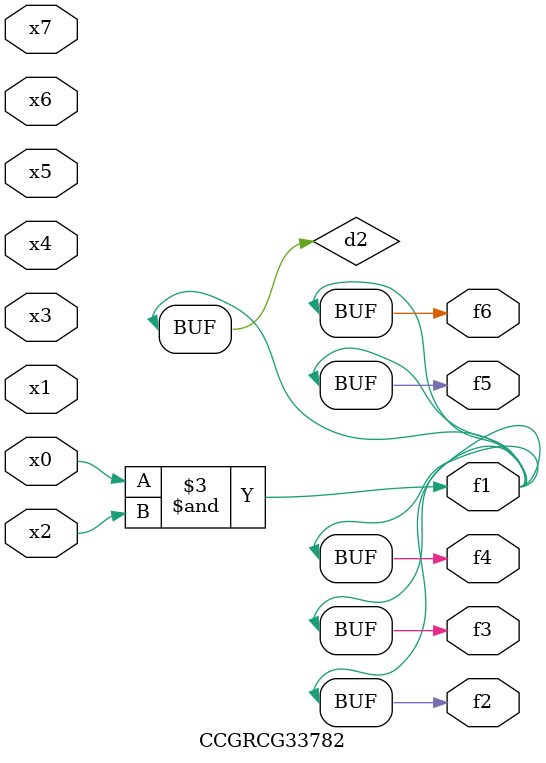
<source format=v>
module CCGRCG33782(
	input x0, x1, x2, x3, x4, x5, x6, x7,
	output f1, f2, f3, f4, f5, f6
);

	wire d1, d2;

	nor (d1, x3, x6);
	and (d2, x0, x2);
	assign f1 = d2;
	assign f2 = d2;
	assign f3 = d2;
	assign f4 = d2;
	assign f5 = d2;
	assign f6 = d2;
endmodule

</source>
